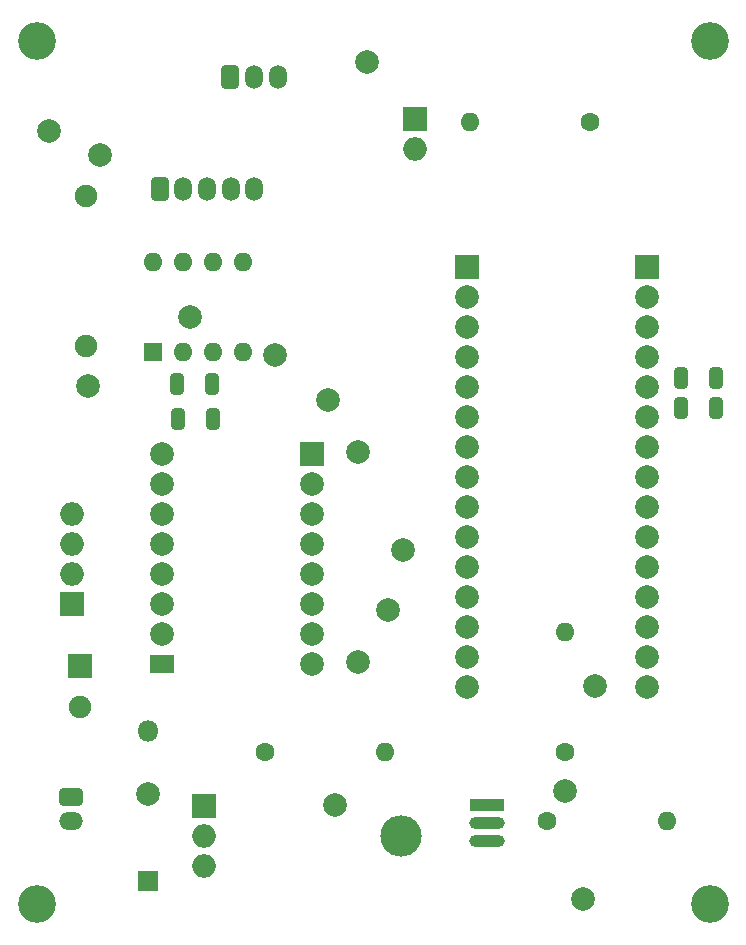
<source format=gbr>
%TF.GenerationSoftware,KiCad,Pcbnew,(6.0.0)*%
%TF.CreationDate,2022-05-13T18:06:45+02:00*%
%TF.ProjectId,Carte Actionneur petit robot JLC PCB,43617274-6520-4416-9374-696f6e6e6575,rev?*%
%TF.SameCoordinates,Original*%
%TF.FileFunction,Soldermask,Bot*%
%TF.FilePolarity,Negative*%
%FSLAX46Y46*%
G04 Gerber Fmt 4.6, Leading zero omitted, Abs format (unit mm)*
G04 Created by KiCad (PCBNEW (6.0.0)) date 2022-05-13 18:06:45*
%MOMM*%
%LPD*%
G01*
G04 APERTURE LIST*
G04 Aperture macros list*
%AMRoundRect*
0 Rectangle with rounded corners*
0 $1 Rounding radius*
0 $2 $3 $4 $5 $6 $7 $8 $9 X,Y pos of 4 corners*
0 Add a 4 corners polygon primitive as box body*
4,1,4,$2,$3,$4,$5,$6,$7,$8,$9,$2,$3,0*
0 Add four circle primitives for the rounded corners*
1,1,$1+$1,$2,$3*
1,1,$1+$1,$4,$5*
1,1,$1+$1,$6,$7*
1,1,$1+$1,$8,$9*
0 Add four rect primitives between the rounded corners*
20,1,$1+$1,$2,$3,$4,$5,0*
20,1,$1+$1,$4,$5,$6,$7,0*
20,1,$1+$1,$6,$7,$8,$9,0*
20,1,$1+$1,$8,$9,$2,$3,0*%
G04 Aperture macros list end*
%ADD10R,2.000000X2.000000*%
%ADD11O,2.000000X2.000000*%
%ADD12R,1.800000X1.800000*%
%ADD13O,1.800000X1.800000*%
%ADD14RoundRect,0.312500X-0.687500X0.437500X-0.687500X-0.437500X0.687500X-0.437500X0.687500X0.437500X0*%
%ADD15O,2.000000X1.500000*%
%ADD16RoundRect,0.312500X-0.437500X-0.687500X0.437500X-0.687500X0.437500X0.687500X-0.437500X0.687500X0*%
%ADD17O,1.500000X2.000000*%
%ADD18R,1.600000X1.600000*%
%ADD19O,1.600000X1.600000*%
%ADD20C,1.900000*%
%ADD21O,3.500000X3.500000*%
%ADD22C,1.600000*%
%ADD23C,2.000000*%
%ADD24R,2.000000X1.524000*%
%ADD25R,3.000000X1.050000*%
%ADD26O,3.000000X1.050000*%
%ADD27C,3.200000*%
%ADD28O,1.900000X1.900000*%
%ADD29RoundRect,0.250000X0.325000X0.650000X-0.325000X0.650000X-0.325000X-0.650000X0.325000X-0.650000X0*%
G04 APERTURE END LIST*
D10*
%TO.C,TEST_RES1*%
X175006000Y-69596000D03*
D11*
X175006000Y-72136000D03*
%TD*%
D12*
%TO.C,D1*%
X152400000Y-134112000D03*
D13*
X152400000Y-121412000D03*
%TD*%
D14*
%TO.C,Electroaimant1*%
X145939000Y-126973000D03*
D15*
X145939000Y-128973000D03*
%TD*%
D16*
%TO.C,SERVO1*%
X159400000Y-66000000D03*
D17*
X161400000Y-66000000D03*
X163400000Y-66000000D03*
%TD*%
D18*
%TO.C,U1*%
X152870000Y-89300000D03*
D19*
X155410000Y-89300000D03*
X157950000Y-89300000D03*
X160490000Y-89300000D03*
X160490000Y-81680000D03*
X157950000Y-81680000D03*
X155410000Y-81680000D03*
X152870000Y-81680000D03*
%TD*%
D10*
%TO.C,C5*%
X146685000Y-115880000D03*
D20*
X146685000Y-119380000D03*
%TD*%
D21*
%TO.C,Transistor2*%
X173830000Y-130302000D03*
D10*
X157170000Y-127762000D03*
D11*
X157170000Y-130302000D03*
X157170000Y-132842000D03*
%TD*%
D22*
%TO.C,R3*%
X186182000Y-129032000D03*
D19*
X196342000Y-129032000D03*
%TD*%
D10*
%TO.C,DRIVER1*%
X166350000Y-97930000D03*
D23*
X166350000Y-100470000D03*
X166350000Y-103010000D03*
X166350000Y-105550000D03*
X166350000Y-108090000D03*
X166350000Y-110630000D03*
X166350000Y-113170000D03*
X166350000Y-115710000D03*
D24*
X153650000Y-115710000D03*
D23*
X153650000Y-113170000D03*
X153650000Y-110630000D03*
X153650000Y-108090000D03*
X153650000Y-105550000D03*
X153650000Y-103010000D03*
X153650000Y-100470000D03*
X153650000Y-97930000D03*
%TD*%
D10*
%TO.C,MotPasAPas1*%
X145948400Y-110620000D03*
D11*
X145948400Y-108080000D03*
X145948400Y-105540000D03*
X145948400Y-103000000D03*
%TD*%
D25*
%TO.C,Q1*%
X181123000Y-127635000D03*
D26*
X181123000Y-129159000D03*
X181123000Y-130683000D03*
%TD*%
D27*
%TO.C,REF\u002A\u002A*%
X200000000Y-136000000D03*
%TD*%
D22*
%TO.C,R4*%
X187706000Y-123190000D03*
D19*
X187706000Y-113030000D03*
%TD*%
D27*
%TO.C,REF\u002A\u002A*%
X143000000Y-63000000D03*
%TD*%
%TO.C,REF\u002A\u002A*%
X143000000Y-136000000D03*
%TD*%
D22*
%TO.C,R1*%
X162306000Y-123190000D03*
D19*
X172466000Y-123190000D03*
%TD*%
D10*
%TO.C,STM32FM303K8*%
X179410600Y-82140000D03*
D23*
X179410600Y-84680000D03*
X179410600Y-87220000D03*
X179410600Y-89760000D03*
X179410600Y-92300000D03*
X179410600Y-94840000D03*
X179410600Y-97380000D03*
X179410600Y-99920000D03*
X179410600Y-102460000D03*
X179410600Y-105000000D03*
X179410600Y-107540000D03*
X179410600Y-110080000D03*
X179410600Y-112620000D03*
X179410600Y-115160000D03*
X179410600Y-117700000D03*
D10*
X194650600Y-82140000D03*
D23*
X194650600Y-84680000D03*
X194650600Y-87220000D03*
X194650600Y-89760000D03*
X194650600Y-92300000D03*
X194650600Y-94840000D03*
X194650600Y-97380000D03*
X194650600Y-99920000D03*
X194650600Y-102460000D03*
X194650600Y-105000000D03*
X194650600Y-107540000D03*
X194650600Y-110080000D03*
X194650600Y-112620000D03*
X194650600Y-115160000D03*
X194650600Y-117700000D03*
%TD*%
%TO.C,*%
X189230000Y-135636000D03*
%TD*%
D16*
%TO.C,BUS_CAN1*%
X153429200Y-75497600D03*
D17*
X155429200Y-75497600D03*
X157429200Y-75497600D03*
X159429200Y-75497600D03*
X161429200Y-75497600D03*
%TD*%
D27*
%TO.C,REF\u002A\u002A*%
X200000000Y-63000000D03*
%TD*%
D20*
%TO.C,R2*%
X147200000Y-88750000D03*
D28*
X147200000Y-76050000D03*
%TD*%
D22*
%TO.C,RESISTANCE1*%
X189865000Y-69850000D03*
D19*
X179705000Y-69850000D03*
%TD*%
D23*
%TO.C,TP9*%
X170180000Y-97790000D03*
%TD*%
D29*
%TO.C,C4*%
X200475000Y-94000000D03*
X197525000Y-94000000D03*
%TD*%
%TO.C,C1*%
X157864000Y-91996000D03*
X154914000Y-91996000D03*
%TD*%
D23*
%TO.C,TP3*%
X170942000Y-64770000D03*
%TD*%
%TO.C,TP11*%
X173990000Y-106045000D03*
%TD*%
%TO.C,TP13*%
X168275000Y-127635000D03*
%TD*%
%TO.C,TP16*%
X190246000Y-117602000D03*
%TD*%
%TO.C,TP5*%
X148336000Y-72644000D03*
%TD*%
%TO.C,TP1*%
X152400000Y-126746000D03*
%TD*%
%TO.C,TP14*%
X155970000Y-86360000D03*
%TD*%
D29*
%TO.C,C2*%
X157939000Y-94996000D03*
X154989000Y-94996000D03*
%TD*%
D23*
%TO.C,TP10*%
X172720000Y-111125000D03*
%TD*%
%TO.C,TP2*%
X189230000Y-135636000D03*
%TD*%
%TO.C,TP8*%
X167640000Y-93345000D03*
%TD*%
%TO.C,TP15*%
X163195000Y-89535000D03*
%TD*%
D29*
%TO.C,C3*%
X200475000Y-91500000D03*
X197525000Y-91500000D03*
%TD*%
D23*
%TO.C,TP4*%
X147320000Y-92202000D03*
%TD*%
%TO.C,TP12*%
X187706000Y-126492000D03*
%TD*%
%TO.C,TP6*%
X144018000Y-70612000D03*
%TD*%
%TO.C,TP7*%
X170180000Y-115570000D03*
%TD*%
M02*

</source>
